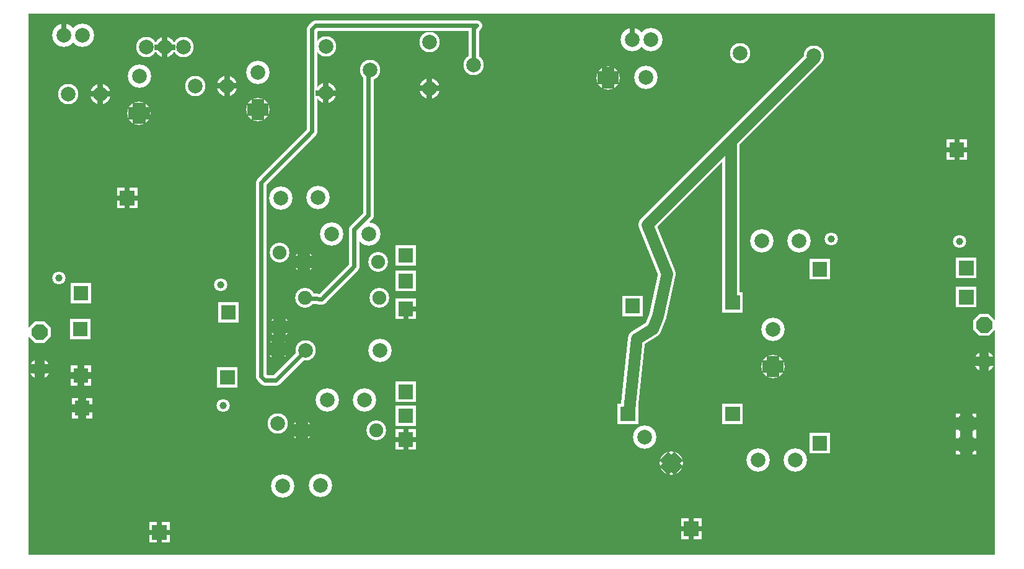
<source format=gbr>
%FSLAX34Y34*%
%MOMM*%
%LNCOPPER_TOP*%
G71*
G01*
%ADD10C,2.800*%
%ADD11C,3.200*%
%ADD12C,2.800*%
%ADD13C,2.400*%
%ADD14C,1.400*%
%ADD15C,1.800*%
%ADD16C,2.700*%
%ADD17C,0.667*%
%ADD18C,0.813*%
%ADD19C,0.767*%
%ADD20C,1.713*%
%ADD21C,1.093*%
%ADD22C,0.973*%
%ADD23C,1.280*%
%ADD24C,2.000*%
%ADD25C,2.000*%
%ADD26C,1.600*%
%ADD27C,0.600*%
%ADD28C,4.300*%
%ADD29C,1.000*%
%ADD30C,1.900*%
%LPD*%
G36*
X-599281Y365919D02*
X720719Y365919D01*
X720719Y-374081D01*
X-599281Y-374081D01*
X-599281Y365919D01*
G37*
%LPC*%
X-192662Y320670D02*
G54D10*
D03*
X-192662Y257170D02*
G54D10*
D03*
X-132337Y288920D02*
G54D10*
D03*
G36*
X-97650Y14000D02*
X-69650Y14000D01*
X-69650Y-14000D01*
X-97650Y-14000D01*
X-97650Y14000D01*
G37*
G36*
X-97650Y-24100D02*
X-69650Y-24100D01*
X-69650Y-52100D01*
X-97650Y-52100D01*
X-97650Y-24100D01*
G37*
G36*
X-97650Y48925D02*
X-69650Y48925D01*
X-69650Y20925D01*
X-97650Y20925D01*
X-97650Y48925D01*
G37*
G36*
X-97650Y-170150D02*
X-69650Y-170150D01*
X-69650Y-198150D01*
X-97650Y-198150D01*
X-97650Y-170150D01*
G37*
G36*
X-97650Y-202694D02*
X-69650Y-202694D01*
X-69650Y-230694D01*
X-97650Y-230694D01*
X-97650Y-202694D01*
G37*
G36*
X-97650Y-137606D02*
X-69650Y-137606D01*
X-69650Y-165606D01*
X-97650Y-165606D01*
X-97650Y-137606D01*
G37*
X-550735Y335664D02*
G54D11*
D03*
X-525235Y335664D02*
G54D11*
D03*
X-192662Y257170D02*
G54D10*
D03*
X-438112Y319845D02*
G54D10*
D03*
X-412712Y319845D02*
G54D10*
D03*
X-387312Y319845D02*
G54D10*
D03*
X-447725Y280364D02*
G54D11*
D03*
X-447837Y229383D02*
G54D11*
D03*
X-412712Y319845D02*
G54D10*
D03*
X-447837Y229383D02*
G54D10*
D03*
X-447837Y229383D02*
G54D10*
D03*
G36*
X212182Y-20106D02*
X240182Y-20106D01*
X240182Y-48106D01*
X212182Y-48106D01*
X212182Y-20106D01*
G37*
G36*
X205832Y-167744D02*
X233832Y-167744D01*
X233832Y-195744D01*
X205832Y-195744D01*
X205832Y-167744D01*
G37*
G36*
X348706Y-15344D02*
X376706Y-15344D01*
X376706Y-43344D01*
X348706Y-43344D01*
X348706Y-15344D01*
G37*
X-133855Y64545D02*
G54D11*
D03*
X-184835Y64433D02*
G54D11*
D03*
X-140204Y-162467D02*
G54D11*
D03*
X-191185Y-162580D02*
G54D11*
D03*
X-203704Y113758D02*
G54D11*
D03*
X-254685Y113645D02*
G54D11*
D03*
X-200529Y-279942D02*
G54D11*
D03*
X-251510Y-280055D02*
G54D11*
D03*
X453521Y55020D02*
G54D11*
D03*
X402540Y54908D02*
G54D11*
D03*
G36*
X467982Y30194D02*
X495982Y30194D01*
X495982Y2194D01*
X467982Y2194D01*
X467982Y30194D01*
G37*
G36*
X668006Y31782D02*
X696006Y31782D01*
X696006Y3782D01*
X668006Y3782D01*
X668006Y31782D01*
G37*
X682006Y-223518D02*
G54D12*
D03*
X242894Y-213328D02*
G54D11*
D03*
X279022Y-249297D02*
G54D11*
D03*
X279022Y-249297D02*
G54D10*
D03*
G36*
X348706Y-167744D02*
X376706Y-167744D01*
X376706Y-195744D01*
X348706Y-195744D01*
X348706Y-167744D01*
G37*
X448758Y-245017D02*
G54D11*
D03*
X397778Y-245130D02*
G54D11*
D03*
X418109Y-66040D02*
G54D11*
D03*
X418221Y-117020D02*
G54D11*
D03*
X418221Y-117020D02*
G54D10*
D03*
X418221Y-117020D02*
G54D10*
D03*
G36*
X467982Y-207930D02*
X495982Y-207930D01*
X495982Y-235930D01*
X467982Y-235930D01*
X467982Y-207930D01*
G37*
G36*
X696006Y-237518D02*
X668006Y-237518D01*
X668006Y-209518D01*
X696006Y-209518D01*
X696006Y-237518D01*
G37*
X-500774Y255798D02*
G54D10*
D03*
X-544605Y255798D02*
G54D10*
D03*
X-500774Y255798D02*
G54D10*
D03*
X-327737Y266910D02*
G54D10*
D03*
X-371568Y266910D02*
G54D10*
D03*
X-327737Y266910D02*
G54D10*
D03*
X-285800Y285126D02*
G54D11*
D03*
X-285912Y234145D02*
G54D11*
D03*
X-285912Y234145D02*
G54D10*
D03*
X-285912Y234145D02*
G54D10*
D03*
X-51374Y327020D02*
G54D10*
D03*
X-51374Y263520D02*
G54D10*
D03*
X8951Y295270D02*
G54D10*
D03*
X-51374Y263520D02*
G54D10*
D03*
X-258179Y-194527D02*
G54D10*
D03*
X-118844Y-94730D02*
G54D11*
D03*
X243971Y278064D02*
G54D11*
D03*
X192990Y277952D02*
G54D11*
D03*
X192990Y277952D02*
G54D10*
D03*
X473684Y308422D02*
G54D10*
D03*
X372756Y311150D02*
G54D10*
D03*
G36*
X-541356Y-2669D02*
X-513356Y-2669D01*
X-513356Y-30669D01*
X-541356Y-30669D01*
X-541356Y-2669D01*
G37*
G36*
X-539768Y-159831D02*
X-511768Y-159831D01*
X-511768Y-187831D01*
X-539768Y-187831D01*
X-539768Y-159831D01*
G37*
G36*
X-339744Y-28863D02*
X-311744Y-28863D01*
X-311744Y-56863D01*
X-339744Y-56863D01*
X-339744Y-28863D01*
G37*
G36*
X-341331Y-117763D02*
X-313331Y-117763D01*
X-313331Y-145763D01*
X-341331Y-145763D01*
X-341331Y-117763D01*
G37*
G36*
X-542150Y-51882D02*
X-514150Y-51882D01*
X-514150Y-79882D01*
X-542150Y-79882D01*
X-542150Y-51882D01*
G37*
G36*
X-541356Y-115381D02*
X-513356Y-115381D01*
X-513356Y-143381D01*
X-541356Y-143381D01*
X-541356Y-115381D01*
G37*
G54D13*
X473684Y308422D02*
X474356Y305594D01*
X245756Y76994D01*
X273387Y9771D01*
X260282Y-48419D01*
X253387Y-65229D01*
X231469Y-78582D01*
X220356Y-183356D01*
X219832Y-181744D01*
G54D13*
X473684Y308422D02*
X474356Y305594D01*
X360056Y191294D01*
X360056Y-30956D01*
X362706Y-29344D01*
G54D14*
X-220968Y-23018D02*
X-198744Y-24606D01*
X-154294Y19844D01*
X-154294Y70644D01*
X-135244Y89694D01*
X-135244Y286544D01*
X-132336Y288920D01*
G36*
X668006Y-7906D02*
X696006Y-7906D01*
X696006Y-35906D01*
X668006Y-35906D01*
X668006Y-7906D01*
G37*
G36*
X696006Y-208943D02*
X668006Y-208943D01*
X668006Y-180943D01*
X696006Y-180943D01*
X696006Y-208943D01*
G37*
G36*
X-434023Y-329813D02*
X-406023Y-329813D01*
X-406023Y-357813D01*
X-434023Y-357813D01*
X-434023Y-329813D01*
G37*
G36*
X655064Y193600D02*
X683064Y193600D01*
X683064Y165600D01*
X655064Y165600D01*
X655064Y193600D01*
G37*
G36*
X292414Y-324813D02*
X320414Y-324813D01*
X320414Y-352813D01*
X292414Y-352813D01*
X292414Y-324813D01*
G37*
G36*
X-478036Y127500D02*
X-450036Y127500D01*
X-450036Y99500D01*
X-478036Y99500D01*
X-478036Y127500D01*
G37*
X225452Y330107D02*
G54D11*
D03*
X250952Y330108D02*
G54D11*
D03*
X497856Y57469D02*
G54D15*
D03*
X-336856Y-5556D02*
G54D15*
D03*
X-332887Y-170656D02*
G54D15*
D03*
X672482Y54294D02*
G54D15*
D03*
X-258179Y-92927D02*
G54D16*
D03*
X-255894Y-62707D02*
G54D10*
D03*
X-255894Y-62707D02*
G54D16*
D03*
X-255894Y38894D02*
G54D16*
D03*
X-258179Y-92927D02*
G54D10*
D03*
X-220444Y-94730D02*
G54D10*
D03*
X-118844Y-94730D02*
G54D16*
D03*
X-119368Y-23018D02*
G54D16*
D03*
X-220968Y-23018D02*
G54D16*
D03*
X-225206Y-204268D02*
G54D10*
D03*
X-123606Y-204268D02*
G54D16*
D03*
X-225206Y-204268D02*
G54D16*
D03*
X-222793Y26194D02*
G54D10*
D03*
X-121193Y26194D02*
G54D16*
D03*
X-222793Y26194D02*
G54D16*
D03*
G54D14*
X8951Y295270D02*
X8951Y345335D01*
X13387Y349771D01*
X-206613Y349771D01*
X-211613Y344771D01*
X-211613Y204771D01*
X-281613Y134771D01*
X-281613Y-130229D01*
X-276613Y-135229D01*
X-260944Y-135229D01*
X-220444Y-94730D01*
G36*
X-598650Y-63775D02*
X-589875Y-55000D01*
X-577425Y-55000D01*
X-568650Y-63775D01*
X-568650Y-76225D01*
X-577425Y-85000D01*
X-589875Y-85000D01*
X-598650Y-76225D01*
X-598650Y-63775D01*
G37*
X-583650Y-120000D02*
G54D10*
D03*
G36*
X691350Y-53775D02*
X700125Y-45000D01*
X712575Y-45000D01*
X721350Y-53775D01*
X721350Y-66225D01*
X712575Y-75000D01*
X700125Y-75000D01*
X691350Y-66225D01*
X691350Y-53775D01*
G37*
X706350Y-110000D02*
G54D10*
D03*
X-557518Y4294D02*
G54D15*
D03*
%LPD*%
G54D17*
G36*
X-83650Y-34766D02*
X-69150Y-34766D01*
X-69150Y-41433D01*
X-83650Y-41433D01*
X-83650Y-34766D01*
G37*
G36*
X-80316Y-38100D02*
X-80316Y-52600D01*
X-86983Y-52600D01*
X-86983Y-38100D01*
X-80316Y-38100D01*
G37*
G54D17*
G36*
X-86983Y-216694D02*
X-86983Y-202194D01*
X-80316Y-202194D01*
X-80316Y-216694D01*
X-86983Y-216694D01*
G37*
G36*
X-83650Y-213360D02*
X-69150Y-213360D01*
X-69150Y-220027D01*
X-83650Y-220027D01*
X-83650Y-213360D01*
G37*
G36*
X-80316Y-216694D02*
X-80316Y-231194D01*
X-86983Y-231194D01*
X-86983Y-216694D01*
X-80316Y-216694D01*
G37*
G36*
X-83650Y-220027D02*
X-98150Y-220027D01*
X-98150Y-213360D01*
X-83650Y-213360D01*
X-83650Y-220027D01*
G37*
G54D17*
G36*
X-554068Y335664D02*
X-554068Y352164D01*
X-547401Y352164D01*
X-547401Y335664D01*
X-554068Y335664D01*
G37*
G54D18*
G54D19*
G36*
X-188828Y257170D02*
X-188828Y242670D01*
X-196495Y242670D01*
X-196495Y257170D01*
X-188828Y257170D01*
G37*
G36*
X-192662Y253337D02*
X-207162Y253337D01*
X-207162Y261004D01*
X-192662Y261004D01*
X-192662Y253337D01*
G37*
G36*
X-196495Y257170D02*
X-196495Y271670D01*
X-188828Y271670D01*
X-188828Y257170D01*
X-196495Y257170D01*
G37*
G36*
X-192662Y261004D02*
X-178162Y261004D01*
X-178162Y253337D01*
X-192662Y253337D01*
X-192662Y261004D01*
G37*
G54D19*
G36*
X-408878Y319845D02*
X-408878Y305345D01*
X-416545Y305345D01*
X-416545Y319845D01*
X-408878Y319845D01*
G37*
G36*
X-412712Y316012D02*
X-427212Y316012D01*
X-427212Y323679D01*
X-412712Y323679D01*
X-412712Y316012D01*
G37*
G36*
X-416545Y319845D02*
X-416545Y334345D01*
X-408878Y334345D01*
X-408878Y319845D01*
X-416545Y319845D01*
G37*
G36*
X-412712Y323679D02*
X-398212Y323679D01*
X-398212Y316012D01*
X-412712Y316012D01*
X-412712Y323679D01*
G37*
G54D19*
G36*
X-444004Y229383D02*
X-444004Y214883D01*
X-451671Y214883D01*
X-451671Y229383D01*
X-444004Y229383D01*
G37*
G36*
X-447837Y225550D02*
X-462337Y225550D01*
X-462337Y233216D01*
X-447837Y233216D01*
X-447837Y225550D01*
G37*
G36*
X-451671Y229383D02*
X-451671Y243883D01*
X-444004Y243883D01*
X-444004Y229383D01*
X-451671Y229383D01*
G37*
G36*
X-447837Y233216D02*
X-433337Y233216D01*
X-433337Y225550D01*
X-447837Y225550D01*
X-447837Y233216D01*
G37*
G54D20*
G36*
X-439271Y229383D02*
X-439271Y214883D01*
X-456404Y214883D01*
X-456404Y229383D01*
X-439271Y229383D01*
G37*
G36*
X-447837Y220816D02*
X-462337Y220816D01*
X-462337Y237950D01*
X-447837Y237950D01*
X-447837Y220816D01*
G37*
G36*
X-456404Y229383D02*
X-456404Y243883D01*
X-439271Y243883D01*
X-439271Y229383D01*
X-456404Y229383D01*
G37*
G36*
X-447837Y237950D02*
X-433337Y237950D01*
X-433337Y220816D01*
X-447837Y220816D01*
X-447837Y237950D01*
G37*
G54D20*
G36*
X285080Y-243240D02*
X295333Y-253493D01*
X283218Y-265608D01*
X272965Y-255355D01*
X285080Y-243240D01*
G37*
G36*
X285080Y-255355D02*
X274827Y-265608D01*
X262712Y-253493D01*
X272965Y-243240D01*
X285080Y-255355D01*
G37*
G36*
X272965Y-255355D02*
X262712Y-245102D01*
X274827Y-232987D01*
X285080Y-243240D01*
X272965Y-255355D01*
G37*
G36*
X272965Y-243240D02*
X283218Y-232987D01*
X295333Y-245102D01*
X285080Y-255355D01*
X272965Y-243240D01*
G37*
G54D20*
G36*
X426788Y-117020D02*
X426788Y-131520D01*
X409655Y-131520D01*
X409655Y-117020D01*
X426788Y-117020D01*
G37*
G36*
X418221Y-125587D02*
X403721Y-125587D01*
X403721Y-108454D01*
X418221Y-108454D01*
X418221Y-125587D01*
G37*
G36*
X409655Y-117020D02*
X409655Y-102520D01*
X426788Y-102520D01*
X426788Y-117020D01*
X409655Y-117020D01*
G37*
G36*
X418221Y-108454D02*
X432721Y-108454D01*
X432721Y-125587D01*
X418221Y-125587D01*
X418221Y-108454D01*
G37*
G54D20*
G36*
X426788Y-117020D02*
X426788Y-131520D01*
X409655Y-131520D01*
X409655Y-117020D01*
X426788Y-117020D01*
G37*
G36*
X418221Y-125587D02*
X403721Y-125587D01*
X403721Y-108454D01*
X418221Y-108454D01*
X418221Y-125587D01*
G37*
G36*
X409655Y-117020D02*
X409655Y-102520D01*
X426788Y-102520D01*
X426788Y-117020D01*
X409655Y-117020D01*
G37*
G36*
X418221Y-108454D02*
X432721Y-108454D01*
X432721Y-125587D01*
X418221Y-125587D01*
X418221Y-108454D01*
G37*
G54D20*
G36*
X690573Y-223518D02*
X690573Y-238018D01*
X673440Y-238018D01*
X673440Y-223518D01*
X690573Y-223518D01*
G37*
G36*
X682006Y-232085D02*
X667506Y-232085D01*
X667506Y-214951D01*
X682006Y-214951D01*
X682006Y-232085D01*
G37*
G36*
X673440Y-223518D02*
X673440Y-209018D01*
X690573Y-209018D01*
X690573Y-223518D01*
X673440Y-223518D01*
G37*
G36*
X682006Y-214951D02*
X696506Y-214951D01*
X696506Y-232085D01*
X682006Y-232085D01*
X682006Y-214951D01*
G37*
G54D19*
G36*
X-504607Y255798D02*
X-504607Y270298D01*
X-496941Y270298D01*
X-496941Y255798D01*
X-504607Y255798D01*
G37*
G36*
X-500774Y259631D02*
X-486274Y259631D01*
X-486274Y251965D01*
X-500774Y251965D01*
X-500774Y259631D01*
G37*
G36*
X-496941Y255798D02*
X-496941Y241298D01*
X-504607Y241298D01*
X-504607Y255798D01*
X-496941Y255798D01*
G37*
G36*
X-500774Y251965D02*
X-515274Y251965D01*
X-515274Y259631D01*
X-500774Y259631D01*
X-500774Y251965D01*
G37*
G54D19*
G36*
X-331570Y266910D02*
X-331570Y281410D01*
X-323903Y281410D01*
X-323903Y266910D01*
X-331570Y266910D01*
G37*
G36*
X-327737Y270744D02*
X-313237Y270744D01*
X-313237Y263077D01*
X-327737Y263077D01*
X-327737Y270744D01*
G37*
G36*
X-323903Y266910D02*
X-323903Y252410D01*
X-331570Y252410D01*
X-331570Y266910D01*
X-323903Y266910D01*
G37*
G36*
X-327737Y263077D02*
X-342237Y263077D01*
X-342237Y270744D01*
X-327737Y270744D01*
X-327737Y263077D01*
G37*
G54D19*
G36*
X-282079Y234145D02*
X-282079Y219645D01*
X-289746Y219645D01*
X-289746Y234145D01*
X-282079Y234145D01*
G37*
G36*
X-285912Y230312D02*
X-300412Y230312D01*
X-300412Y237979D01*
X-285912Y237979D01*
X-285912Y230312D01*
G37*
G36*
X-289746Y234145D02*
X-289746Y248645D01*
X-282079Y248645D01*
X-282079Y234145D01*
X-289746Y234145D01*
G37*
G36*
X-285912Y237979D02*
X-271412Y237979D01*
X-271412Y230312D01*
X-285912Y230312D01*
X-285912Y237979D01*
G37*
G54D20*
G36*
X-277346Y234145D02*
X-277346Y219645D01*
X-294479Y219645D01*
X-294479Y234145D01*
X-277346Y234145D01*
G37*
G36*
X-285912Y225579D02*
X-300412Y225579D01*
X-300412Y242712D01*
X-285912Y242712D01*
X-285912Y225579D01*
G37*
G36*
X-294479Y234145D02*
X-294479Y248645D01*
X-277346Y248645D01*
X-277346Y234145D01*
X-294479Y234145D01*
G37*
G36*
X-285912Y242712D02*
X-271412Y242712D01*
X-271412Y225579D01*
X-285912Y225579D01*
X-285912Y242712D01*
G37*
G54D19*
G36*
X-47541Y263520D02*
X-47541Y249020D01*
X-55208Y249020D01*
X-55208Y263520D01*
X-47541Y263520D01*
G37*
G36*
X-51374Y259687D02*
X-65874Y259687D01*
X-65874Y267354D01*
X-51374Y267354D01*
X-51374Y259687D01*
G37*
G36*
X-55208Y263520D02*
X-55208Y278020D01*
X-47541Y278020D01*
X-47541Y263520D01*
X-55208Y263520D01*
G37*
G36*
X-51374Y267354D02*
X-36874Y267354D01*
X-36874Y259687D01*
X-51374Y259687D01*
X-51374Y267354D01*
G37*
G54D20*
G36*
X201557Y277952D02*
X201557Y263452D01*
X184424Y263452D01*
X184424Y277952D01*
X201557Y277952D01*
G37*
G36*
X192990Y269385D02*
X178490Y269385D01*
X178490Y286519D01*
X192990Y286519D01*
X192990Y269385D01*
G37*
G36*
X184424Y277952D02*
X184424Y292452D01*
X201557Y292452D01*
X201557Y277952D01*
X184424Y277952D01*
G37*
G36*
X192990Y286519D02*
X207490Y286519D01*
X207490Y269385D01*
X192990Y269385D01*
X192990Y286519D01*
G37*
G54D21*
G36*
X-531235Y-173831D02*
X-531235Y-159331D01*
X-520301Y-159331D01*
X-520301Y-173831D01*
X-531235Y-173831D01*
G37*
G36*
X-525768Y-168364D02*
X-511268Y-168364D01*
X-511268Y-179298D01*
X-525768Y-179298D01*
X-525768Y-168364D01*
G37*
G36*
X-520301Y-173831D02*
X-520301Y-188331D01*
X-531235Y-188331D01*
X-531235Y-173831D01*
X-520301Y-173831D01*
G37*
G36*
X-525768Y-179298D02*
X-540268Y-179298D01*
X-540268Y-168364D01*
X-525768Y-168364D01*
X-525768Y-179298D01*
G37*
G54D22*
G36*
X-532223Y-129381D02*
X-532223Y-114881D01*
X-522489Y-114881D01*
X-522489Y-129381D01*
X-532223Y-129381D01*
G37*
G36*
X-527356Y-124514D02*
X-512856Y-124514D01*
X-512856Y-134248D01*
X-527356Y-134248D01*
X-527356Y-124514D01*
G37*
G36*
X-522489Y-129381D02*
X-522489Y-143881D01*
X-532223Y-143881D01*
X-532223Y-129381D01*
X-522489Y-129381D01*
G37*
G36*
X-527356Y-134248D02*
X-541856Y-134248D01*
X-541856Y-124514D01*
X-527356Y-124514D01*
X-527356Y-134248D01*
G37*
G54D20*
G36*
X690573Y-194943D02*
X690573Y-209443D01*
X673440Y-209443D01*
X673440Y-194943D01*
X690573Y-194943D01*
G37*
G36*
X682006Y-203510D02*
X667506Y-203510D01*
X667506Y-186376D01*
X682006Y-186376D01*
X682006Y-203510D01*
G37*
G36*
X673440Y-194943D02*
X673440Y-180443D01*
X690573Y-180443D01*
X690573Y-194943D01*
X673440Y-194943D01*
G37*
G36*
X682006Y-186376D02*
X696506Y-186376D01*
X696506Y-203510D01*
X682006Y-203510D01*
X682006Y-186376D01*
G37*
G54D17*
G36*
X-423357Y-343813D02*
X-423357Y-329313D01*
X-416690Y-329313D01*
X-416690Y-343813D01*
X-423357Y-343813D01*
G37*
G36*
X-420023Y-340479D02*
X-405523Y-340479D01*
X-405523Y-347146D01*
X-420023Y-347146D01*
X-420023Y-340479D01*
G37*
G36*
X-416690Y-343813D02*
X-416690Y-358313D01*
X-423357Y-358313D01*
X-423357Y-343813D01*
X-416690Y-343813D01*
G37*
G36*
X-420023Y-347146D02*
X-434523Y-347146D01*
X-434523Y-340479D01*
X-420023Y-340479D01*
X-420023Y-347146D01*
G37*
G54D17*
G36*
X665731Y179600D02*
X665731Y194100D01*
X672398Y194100D01*
X672398Y179600D01*
X665731Y179600D01*
G37*
G36*
X669064Y182933D02*
X683564Y182933D01*
X683564Y176266D01*
X669064Y176266D01*
X669064Y182933D01*
G37*
G36*
X672398Y179600D02*
X672398Y165100D01*
X665731Y165100D01*
X665731Y179600D01*
X672398Y179600D01*
G37*
G36*
X669064Y176266D02*
X654564Y176266D01*
X654564Y182933D01*
X669064Y182933D01*
X669064Y176266D01*
G37*
G54D17*
G36*
X303081Y-338813D02*
X303081Y-324313D01*
X309748Y-324313D01*
X309748Y-338813D01*
X303081Y-338813D01*
G37*
G36*
X306414Y-335479D02*
X320914Y-335479D01*
X320914Y-342146D01*
X306414Y-342146D01*
X306414Y-335479D01*
G37*
G36*
X309748Y-338813D02*
X309748Y-353313D01*
X303081Y-353313D01*
X303081Y-338813D01*
X309748Y-338813D01*
G37*
G36*
X306414Y-342146D02*
X291914Y-342146D01*
X291914Y-335479D01*
X306414Y-335479D01*
X306414Y-342146D01*
G37*
G54D17*
G36*
X-467369Y113500D02*
X-467369Y128000D01*
X-460702Y128000D01*
X-460702Y113500D01*
X-467369Y113500D01*
G37*
G36*
X-464036Y116833D02*
X-449536Y116833D01*
X-449536Y110166D01*
X-464036Y110166D01*
X-464036Y116833D01*
G37*
G36*
X-460702Y113500D02*
X-460702Y99000D01*
X-467369Y99000D01*
X-467369Y113500D01*
X-460702Y113500D01*
G37*
G36*
X-464036Y110166D02*
X-478536Y110166D01*
X-478536Y116833D01*
X-464036Y116833D01*
X-464036Y110166D01*
G37*
G54D17*
G36*
X222119Y330107D02*
X222119Y346607D01*
X228786Y346607D01*
X228786Y330107D01*
X222119Y330107D01*
G37*
G54D18*
G54D20*
G36*
X-247327Y-62707D02*
X-247327Y-77207D01*
X-264460Y-77207D01*
X-264460Y-62707D01*
X-247327Y-62707D01*
G37*
G36*
X-255894Y-71273D02*
X-270394Y-71273D01*
X-270394Y-54140D01*
X-255894Y-54140D01*
X-255894Y-71273D01*
G37*
G36*
X-264460Y-62707D02*
X-264460Y-48207D01*
X-247327Y-48207D01*
X-247327Y-62707D01*
X-264460Y-62707D01*
G37*
G36*
X-255894Y-54140D02*
X-241394Y-54140D01*
X-241394Y-71273D01*
X-255894Y-71273D01*
X-255894Y-54140D01*
G37*
G54D20*
G36*
X-249612Y-92927D02*
X-249612Y-107427D01*
X-266746Y-107427D01*
X-266746Y-92927D01*
X-249612Y-92927D01*
G37*
G36*
X-258179Y-101494D02*
X-272679Y-101494D01*
X-272679Y-84361D01*
X-258179Y-84361D01*
X-258179Y-101494D01*
G37*
G36*
X-266746Y-92927D02*
X-266746Y-78427D01*
X-249612Y-78427D01*
X-249612Y-92927D01*
X-266746Y-92927D01*
G37*
G36*
X-258179Y-84361D02*
X-243679Y-84361D01*
X-243679Y-101494D01*
X-258179Y-101494D01*
X-258179Y-84361D01*
G37*
G54D20*
G36*
X-225206Y-195701D02*
X-210706Y-195701D01*
X-210706Y-212834D01*
X-225206Y-212834D01*
X-225206Y-195701D01*
G37*
G36*
X-216640Y-204268D02*
X-216640Y-218768D01*
X-233773Y-218768D01*
X-233773Y-204268D01*
X-216640Y-204268D01*
G37*
G36*
X-225206Y-212834D02*
X-239706Y-212834D01*
X-239706Y-195701D01*
X-225206Y-195701D01*
X-225206Y-212834D01*
G37*
G36*
X-233773Y-204268D02*
X-233773Y-189768D01*
X-216640Y-189768D01*
X-216640Y-204268D01*
X-233773Y-204268D01*
G37*
G54D20*
G36*
X-222793Y34760D02*
X-208293Y34760D01*
X-208293Y17627D01*
X-222793Y17627D01*
X-222793Y34760D01*
G37*
G36*
X-214227Y26194D02*
X-214227Y11694D01*
X-231360Y11694D01*
X-231360Y26194D01*
X-214227Y26194D01*
G37*
G36*
X-222793Y17627D02*
X-237293Y17627D01*
X-237293Y34760D01*
X-222793Y34760D01*
X-222793Y17627D01*
G37*
G36*
X-231360Y26194D02*
X-231360Y40694D01*
X-214227Y40694D01*
X-214227Y26194D01*
X-231360Y26194D01*
G37*
G54D23*
G36*
X-590050Y-120000D02*
X-590050Y-105500D01*
X-577250Y-105500D01*
X-577250Y-120000D01*
X-590050Y-120000D01*
G37*
G36*
X-583650Y-113600D02*
X-569150Y-113600D01*
X-569150Y-126400D01*
X-583650Y-126400D01*
X-583650Y-113600D01*
G37*
G36*
X-577250Y-120000D02*
X-577250Y-134500D01*
X-590050Y-134500D01*
X-590050Y-120000D01*
X-577250Y-120000D01*
G37*
G36*
X-583650Y-126400D02*
X-598150Y-126400D01*
X-598150Y-113600D01*
X-583650Y-113600D01*
X-583650Y-126400D01*
G37*
G54D23*
G36*
X699950Y-110000D02*
X699950Y-95500D01*
X712750Y-95500D01*
X712750Y-110000D01*
X699950Y-110000D01*
G37*
G36*
X706350Y-103600D02*
X720850Y-103600D01*
X720850Y-116400D01*
X706350Y-116400D01*
X706350Y-103600D01*
G37*
G36*
X712750Y-110000D02*
X712750Y-124500D01*
X699950Y-124500D01*
X699950Y-110000D01*
X712750Y-110000D01*
G37*
G36*
X706350Y-116400D02*
X691850Y-116400D01*
X691850Y-103600D01*
X706350Y-103600D01*
X706350Y-116400D01*
G37*
X-192662Y320670D02*
G54D24*
D03*
X-192662Y257170D02*
G54D24*
D03*
X-132337Y288920D02*
G54D24*
D03*
G36*
X-93650Y10000D02*
X-73650Y10000D01*
X-73650Y-10000D01*
X-93650Y-10000D01*
X-93650Y10000D01*
G37*
G36*
X-93650Y-28100D02*
X-73650Y-28100D01*
X-73650Y-48100D01*
X-93650Y-48100D01*
X-93650Y-28100D01*
G37*
G36*
X-93650Y44925D02*
X-73650Y44925D01*
X-73650Y24925D01*
X-93650Y24925D01*
X-93650Y44925D01*
G37*
G36*
X-93650Y-174150D02*
X-73650Y-174150D01*
X-73650Y-194150D01*
X-93650Y-194150D01*
X-93650Y-174150D01*
G37*
G36*
X-93650Y-206694D02*
X-73650Y-206694D01*
X-73650Y-226694D01*
X-93650Y-226694D01*
X-93650Y-206694D01*
G37*
G36*
X-93650Y-141606D02*
X-73650Y-141606D01*
X-73650Y-161606D01*
X-93650Y-161606D01*
X-93650Y-141606D01*
G37*
X-550735Y335664D02*
G54D24*
D03*
X-525235Y335664D02*
G54D24*
D03*
X-192662Y257170D02*
G54D24*
D03*
X-438112Y319845D02*
G54D24*
D03*
X-412712Y319845D02*
G54D24*
D03*
X-387312Y319845D02*
G54D24*
D03*
X-447725Y280364D02*
G54D24*
D03*
X-447837Y229383D02*
G54D24*
D03*
X-412712Y319845D02*
G54D24*
D03*
X-447837Y229383D02*
G54D24*
D03*
X-447837Y229383D02*
G54D24*
D03*
G36*
X216182Y-24106D02*
X236182Y-24106D01*
X236182Y-44106D01*
X216182Y-44106D01*
X216182Y-24106D01*
G37*
G36*
X209832Y-171744D02*
X229832Y-171744D01*
X229832Y-191744D01*
X209832Y-191744D01*
X209832Y-171744D01*
G37*
G36*
X352706Y-19344D02*
X372706Y-19344D01*
X372706Y-39344D01*
X352706Y-39344D01*
X352706Y-19344D01*
G37*
X-133855Y64545D02*
G54D24*
D03*
X-184835Y64433D02*
G54D24*
D03*
X-140204Y-162467D02*
G54D24*
D03*
X-191185Y-162580D02*
G54D24*
D03*
X-203704Y113758D02*
G54D24*
D03*
X-254685Y113645D02*
G54D24*
D03*
X-200529Y-279942D02*
G54D24*
D03*
X-251510Y-280055D02*
G54D24*
D03*
X453521Y55020D02*
G54D24*
D03*
X402540Y54908D02*
G54D24*
D03*
G36*
X471982Y26194D02*
X491982Y26194D01*
X491982Y6194D01*
X471982Y6194D01*
X471982Y26194D01*
G37*
G36*
X672006Y27782D02*
X692006Y27782D01*
X692006Y7782D01*
X672006Y7782D01*
X672006Y27782D01*
G37*
X682006Y-223518D02*
G54D25*
D03*
X242894Y-213328D02*
G54D24*
D03*
X279022Y-249297D02*
G54D24*
D03*
X279022Y-249297D02*
G54D24*
D03*
G36*
X352706Y-171744D02*
X372706Y-171744D01*
X372706Y-191744D01*
X352706Y-191744D01*
X352706Y-171744D01*
G37*
X448758Y-245017D02*
G54D24*
D03*
X397778Y-245130D02*
G54D24*
D03*
X418109Y-66040D02*
G54D24*
D03*
X418221Y-117020D02*
G54D24*
D03*
X418221Y-117020D02*
G54D24*
D03*
X418221Y-117020D02*
G54D24*
D03*
G36*
X471982Y-211930D02*
X491982Y-211930D01*
X491982Y-231930D01*
X471982Y-231930D01*
X471982Y-211930D01*
G37*
G36*
X692006Y-233518D02*
X672006Y-233518D01*
X672006Y-213518D01*
X692006Y-213518D01*
X692006Y-233518D01*
G37*
X-500774Y255798D02*
G54D24*
D03*
X-544605Y255798D02*
G54D24*
D03*
X-500774Y255798D02*
G54D24*
D03*
X-327737Y266910D02*
G54D24*
D03*
X-371568Y266910D02*
G54D24*
D03*
X-327737Y266910D02*
G54D24*
D03*
X-285800Y285126D02*
G54D24*
D03*
X-285912Y234145D02*
G54D24*
D03*
X-285912Y234145D02*
G54D24*
D03*
X-285912Y234145D02*
G54D24*
D03*
X-51374Y327020D02*
G54D24*
D03*
X-51374Y263520D02*
G54D24*
D03*
X8951Y295270D02*
G54D24*
D03*
X-51374Y263520D02*
G54D24*
D03*
X-258179Y-194527D02*
G54D24*
D03*
X-118844Y-94730D02*
G54D24*
D03*
X243971Y278064D02*
G54D24*
D03*
X192990Y277952D02*
G54D24*
D03*
X192990Y277952D02*
G54D24*
D03*
X473684Y308422D02*
G54D24*
D03*
X372756Y311150D02*
G54D24*
D03*
G36*
X-537356Y-6669D02*
X-517356Y-6669D01*
X-517356Y-26669D01*
X-537356Y-26669D01*
X-537356Y-6669D01*
G37*
G36*
X-535768Y-163831D02*
X-515768Y-163831D01*
X-515768Y-183831D01*
X-535768Y-183831D01*
X-535768Y-163831D01*
G37*
G36*
X-335744Y-32863D02*
X-315744Y-32863D01*
X-315744Y-52863D01*
X-335744Y-52863D01*
X-335744Y-32863D01*
G37*
G36*
X-337331Y-121763D02*
X-317331Y-121763D01*
X-317331Y-141763D01*
X-337331Y-141763D01*
X-337331Y-121763D01*
G37*
G36*
X-538150Y-55882D02*
X-518150Y-55882D01*
X-518150Y-75882D01*
X-538150Y-75882D01*
X-538150Y-55882D01*
G37*
G36*
X-537356Y-119381D02*
X-517356Y-119381D01*
X-517356Y-139381D01*
X-537356Y-139381D01*
X-537356Y-119381D01*
G37*
G54D26*
X473684Y308422D02*
X474356Y305594D01*
X245756Y76994D01*
X273387Y9771D01*
X260282Y-48419D01*
X253387Y-65229D01*
X231469Y-78582D01*
X220356Y-183356D01*
X219832Y-181744D01*
G54D26*
X473684Y308422D02*
X474356Y305594D01*
X360056Y191294D01*
X360056Y-30956D01*
X362706Y-29344D01*
G54D27*
X-220968Y-23018D02*
X-198744Y-24606D01*
X-154294Y19844D01*
X-154294Y70644D01*
X-135244Y89694D01*
X-135244Y286544D01*
X-132336Y288920D01*
G36*
X672006Y-11906D02*
X692006Y-11906D01*
X692006Y-31906D01*
X672006Y-31906D01*
X672006Y-11906D01*
G37*
G36*
X692006Y-204943D02*
X672006Y-204943D01*
X672006Y-184943D01*
X692006Y-184943D01*
X692006Y-204943D01*
G37*
X-562531Y-303144D02*
G54D28*
D03*
X-562106Y179406D02*
G54D28*
D03*
G36*
X-430023Y-333813D02*
X-410023Y-333813D01*
X-410023Y-353813D01*
X-430023Y-353813D01*
X-430023Y-333813D01*
G37*
G36*
X659064Y189600D02*
X679064Y189600D01*
X679064Y169600D01*
X659064Y169600D01*
X659064Y189600D01*
G37*
G36*
X296414Y-328813D02*
X316414Y-328813D01*
X316414Y-348813D01*
X296414Y-348813D01*
X296414Y-328813D01*
G37*
G36*
X-474036Y123500D02*
X-454036Y123500D01*
X-454036Y103500D01*
X-474036Y103500D01*
X-474036Y123500D01*
G37*
X225452Y330107D02*
G54D24*
D03*
X250952Y330108D02*
G54D24*
D03*
X497856Y57469D02*
G54D29*
D03*
X-336856Y-5556D02*
G54D29*
D03*
X-332887Y-170656D02*
G54D29*
D03*
X672482Y54294D02*
G54D29*
D03*
X-258179Y-92927D02*
G54D30*
D03*
X-255894Y-62707D02*
G54D24*
D03*
X-255894Y-62707D02*
G54D30*
D03*
X-255894Y38894D02*
G54D30*
D03*
X-258179Y-92927D02*
G54D24*
D03*
X-220444Y-94730D02*
G54D24*
D03*
X-118844Y-94730D02*
G54D30*
D03*
X-119368Y-23018D02*
G54D30*
D03*
X-220968Y-23018D02*
G54D30*
D03*
X-225206Y-204268D02*
G54D24*
D03*
X-123606Y-204268D02*
G54D30*
D03*
X-225206Y-204268D02*
G54D30*
D03*
X-222793Y26194D02*
G54D24*
D03*
X-121193Y26194D02*
G54D30*
D03*
X-222793Y26194D02*
G54D30*
D03*
G54D27*
X8951Y295270D02*
X8951Y345335D01*
X13387Y349771D01*
X-206613Y349771D01*
X-211613Y344771D01*
X-211613Y204771D01*
X-281613Y134771D01*
X-281613Y-130229D01*
X-276613Y-135229D01*
X-260944Y-135229D01*
X-220444Y-94730D01*
G36*
X-594650Y-65435D02*
X-588215Y-59000D01*
X-579085Y-59000D01*
X-572650Y-65435D01*
X-572650Y-74565D01*
X-579085Y-81000D01*
X-588215Y-81000D01*
X-594650Y-74565D01*
X-594650Y-65435D01*
G37*
X-583650Y-120000D02*
G54D24*
D03*
G36*
X695350Y-55435D02*
X701785Y-49000D01*
X710915Y-49000D01*
X717350Y-55435D01*
X717350Y-64565D01*
X710915Y-71000D01*
X701785Y-71000D01*
X695350Y-64565D01*
X695350Y-55435D01*
G37*
X706350Y-110000D02*
G54D24*
D03*
X667469Y-303144D02*
G54D28*
D03*
X667469Y316856D02*
G54D28*
D03*
X-557518Y4294D02*
G54D29*
D03*
M02*

</source>
